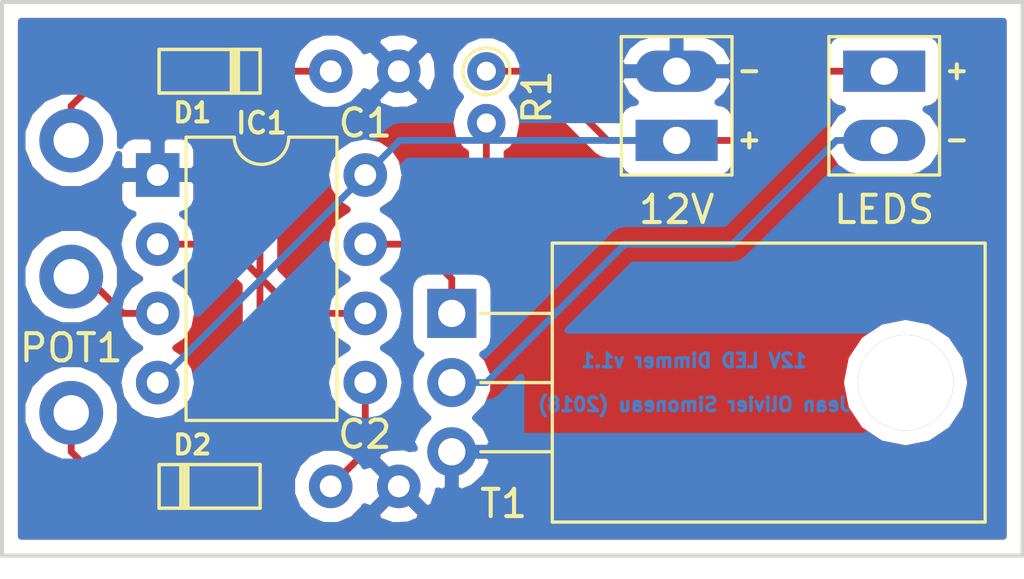
<source format=kicad_pcb>
(kicad_pcb (version 4) (host pcbnew 4.0.7+dfsg1-1ubuntu2)

  (general
    (links 19)
    (no_connects 6)
    (area 199.314999 109.779999 236.930001 130.250001)
    (thickness 1.6)
    (drawings 5)
    (tracks 40)
    (zones 0)
    (modules 10)
    (nets 10)
  )

  (page A4)
  (layers
    (0 F.Cu signal)
    (31 B.Cu signal)
    (32 B.Adhes user)
    (33 F.Adhes user)
    (34 B.Paste user)
    (35 F.Paste user)
    (36 B.SilkS user)
    (37 F.SilkS user)
    (38 B.Mask user)
    (39 F.Mask user)
    (40 Dwgs.User user)
    (41 Cmts.User user)
    (42 Eco1.User user)
    (43 Eco2.User user)
    (44 Edge.Cuts user)
    (45 Margin user)
    (46 B.CrtYd user)
    (47 F.CrtYd user)
    (48 B.Fab user)
    (49 F.Fab user)
  )

  (setup
    (last_trace_width 0.25)
    (trace_clearance 0.2)
    (zone_clearance 0.508)
    (zone_45_only no)
    (trace_min 0.2)
    (segment_width 0.2)
    (edge_width 0.15)
    (via_size 0.6)
    (via_drill 0.4)
    (via_min_size 0.4)
    (via_min_drill 0.3)
    (uvia_size 0.3)
    (uvia_drill 0.1)
    (uvias_allowed no)
    (uvia_min_size 0.2)
    (uvia_min_drill 0.1)
    (pcb_text_width 0.3)
    (pcb_text_size 1.5 1.5)
    (mod_edge_width 0.15)
    (mod_text_size 1 1)
    (mod_text_width 0.15)
    (pad_size 3.5 3.5)
    (pad_drill 3.5)
    (pad_to_mask_clearance 0.2)
    (aux_axis_origin 0 0)
    (visible_elements FFFFFF7F)
    (pcbplotparams
      (layerselection 0x00030_80000001)
      (usegerberextensions false)
      (excludeedgelayer true)
      (linewidth 0.100000)
      (plotframeref false)
      (viasonmask false)
      (mode 1)
      (useauxorigin false)
      (hpglpennumber 1)
      (hpglpenspeed 20)
      (hpglpendiameter 15)
      (hpglpenoverlay 2)
      (psnegative false)
      (psa4output false)
      (plotreference true)
      (plotvalue true)
      (plotinvisibletext false)
      (padsonsilk false)
      (subtractmaskfromsilk false)
      (outputformat 1)
      (mirror false)
      (drillshape 1)
      (scaleselection 1)
      (outputdirectory ""))
  )

  (net 0 "")
  (net 1 "Net-(C1-Pad1)")
  (net 2 GND)
  (net 3 "Net-(C2-Pad1)")
  (net 4 "Net-(CONN1-Pad1)")
  (net 5 "Net-(D1-Pad1)")
  (net 6 "Net-(D2-Pad2)")
  (net 7 "Net-(IC1-Pad3)")
  (net 8 "Net-(IC1-Pad7)")
  (net 9 "Net-(LS1-Pad1)")

  (net_class Default "This is the default net class."
    (clearance 0.2)
    (trace_width 0.25)
    (via_dia 0.6)
    (via_drill 0.4)
    (uvia_dia 0.3)
    (uvia_drill 0.1)
    (add_net GND)
    (add_net "Net-(C1-Pad1)")
    (add_net "Net-(C2-Pad1)")
    (add_net "Net-(CONN1-Pad1)")
    (add_net "Net-(D1-Pad1)")
    (add_net "Net-(D2-Pad2)")
    (add_net "Net-(IC1-Pad3)")
    (add_net "Net-(IC1-Pad7)")
    (add_net "Net-(LS1-Pad1)")
  )

  (module Capacitors_THT:C_Disc_D5.0mm_W2.5mm_P2.50mm (layer F.Cu) (tedit 5BD8ACC3) (tstamp 5AEDF341)
    (at 211.455 127.635)
    (descr "C, Disc series, Radial, pin pitch=2.50mm, , diameter*width=5*2.5mm^2, Capacitor, http://cdn-reichelt.de/documents/datenblatt/B300/DS_KERKO_TC.pdf")
    (tags "C Disc series Radial pin pitch 2.50mm  diameter 5mm width 2.5mm Capacitor")
    (path /5AEDF12B)
    (fp_text reference C2 (at 1.25 -1.905) (layer F.SilkS)
      (effects (font (size 1 1) (thickness 0.15)))
    )
    (fp_text value 10pF (at 1.25 2.56) (layer F.Fab)
      (effects (font (size 1 1) (thickness 0.15)))
    )
    (fp_line (start -1.25 -1.25) (end -1.25 1.25) (layer F.Fab) (width 0.1))
    (fp_line (start -1.25 1.25) (end 3.75 1.25) (layer F.Fab) (width 0.1))
    (fp_line (start 3.75 1.25) (end 3.75 -1.25) (layer F.Fab) (width 0.1))
    (fp_line (start 3.75 -1.25) (end -1.25 -1.25) (layer F.Fab) (width 0.1))
    (fp_line (start -1.6 -1.6) (end -1.6 1.6) (layer F.CrtYd) (width 0.05))
    (fp_line (start -1.6 1.6) (end 4.1 1.6) (layer F.CrtYd) (width 0.05))
    (fp_line (start 4.1 1.6) (end 4.1 -1.6) (layer F.CrtYd) (width 0.05))
    (fp_line (start 4.1 -1.6) (end -1.6 -1.6) (layer F.CrtYd) (width 0.05))
    (fp_text user %R (at 1.25 0) (layer F.Fab)
      (effects (font (size 1 1) (thickness 0.15)))
    )
    (pad 1 thru_hole circle (at 0 0) (size 1.6 1.6) (drill 0.8) (layers *.Cu *.Mask)
      (net 3 "Net-(C2-Pad1)"))
    (pad 2 thru_hole circle (at 2.5 0) (size 1.6 1.6) (drill 0.8) (layers *.Cu *.Mask)
      (net 2 GND))
    (model ${KISYS3DMOD}/Capacitors_THT.3dshapes/C_Disc_D5.0mm_W2.5mm_P2.50mm.wrl
      (at (xyz 0 0 0))
      (scale (xyz 1 1 1))
      (rotate (xyz 0 0 0))
    )
  )

  (module Capacitors_THT:C_Disc_D5.0mm_W2.5mm_P2.50mm (layer F.Cu) (tedit 5BD8ACAB) (tstamp 5AEDF33B)
    (at 211.455 112.395)
    (descr "C, Disc series, Radial, pin pitch=2.50mm, , diameter*width=5*2.5mm^2, Capacitor, http://cdn-reichelt.de/documents/datenblatt/B300/DS_KERKO_TC.pdf")
    (tags "C Disc series Radial pin pitch 2.50mm  diameter 5mm width 2.5mm Capacitor")
    (path /5AEDD5F1)
    (fp_text reference C1 (at 1.27 1.905) (layer F.SilkS)
      (effects (font (size 1 1) (thickness 0.15)))
    )
    (fp_text value 10nF (at 1.25 2.56) (layer F.Fab)
      (effects (font (size 1 1) (thickness 0.15)))
    )
    (fp_line (start -1.25 -1.25) (end -1.25 1.25) (layer F.Fab) (width 0.1))
    (fp_line (start -1.25 1.25) (end 3.75 1.25) (layer F.Fab) (width 0.1))
    (fp_line (start 3.75 1.25) (end 3.75 -1.25) (layer F.Fab) (width 0.1))
    (fp_line (start 3.75 -1.25) (end -1.25 -1.25) (layer F.Fab) (width 0.1))
    (fp_line (start -1.6 -1.6) (end -1.6 1.6) (layer F.CrtYd) (width 0.05))
    (fp_line (start -1.6 1.6) (end 4.1 1.6) (layer F.CrtYd) (width 0.05))
    (fp_line (start 4.1 1.6) (end 4.1 -1.6) (layer F.CrtYd) (width 0.05))
    (fp_line (start 4.1 -1.6) (end -1.6 -1.6) (layer F.CrtYd) (width 0.05))
    (fp_text user %R (at 1.25 0) (layer F.Fab)
      (effects (font (size 1 1) (thickness 0.15)))
    )
    (pad 1 thru_hole circle (at 0 0) (size 1.6 1.6) (drill 0.8) (layers *.Cu *.Mask)
      (net 1 "Net-(C1-Pad1)"))
    (pad 2 thru_hole circle (at 2.5 0) (size 1.6 1.6) (drill 0.8) (layers *.Cu *.Mask)
      (net 2 GND))
    (model ${KISYS3DMOD}/Capacitors_THT.3dshapes/C_Disc_D5.0mm_W2.5mm_P2.50mm.wrl
      (at (xyz 0 0 0))
      (scale (xyz 1 1 1))
      (rotate (xyz 0 0 0))
    )
  )

  (module TO_SOT_Packages_THT:TO-220_Horizontal (layer F.Cu) (tedit 5BD381BF) (tstamp 5AEDF37A)
    (at 215.9 121.285 270)
    (descr "TO-220, Horizontal, RM 2.54mm")
    (tags "TO-220 Horizontal RM 2.54mm")
    (path /5AEDD58E)
    (fp_text reference T1 (at 6.985 -1.905 360) (layer F.SilkS)
      (effects (font (size 1 1) (thickness 0.15)))
    )
    (fp_text value IRF610 (at 6.985 1.905 360) (layer F.Fab) hide
      (effects (font (size 1 1) (thickness 0.15)))
    )
    (fp_circle (center 2.54 -16.66) (end 4.39 -16.66) (layer F.Fab) (width 0.1))
    (fp_line (start -2.46 -13.06) (end -2.46 -19.46) (layer F.Fab) (width 0.1))
    (fp_line (start -2.46 -19.46) (end 7.54 -19.46) (layer F.Fab) (width 0.1))
    (fp_line (start 7.54 -19.46) (end 7.54 -13.06) (layer F.Fab) (width 0.1))
    (fp_line (start 7.54 -13.06) (end -2.46 -13.06) (layer F.Fab) (width 0.1))
    (fp_line (start -2.46 -3.81) (end -2.46 -13.06) (layer F.Fab) (width 0.1))
    (fp_line (start -2.46 -13.06) (end 7.54 -13.06) (layer F.Fab) (width 0.1))
    (fp_line (start 7.54 -13.06) (end 7.54 -3.81) (layer F.Fab) (width 0.1))
    (fp_line (start 7.54 -3.81) (end -2.46 -3.81) (layer F.Fab) (width 0.1))
    (fp_line (start 0 -3.81) (end 0 0) (layer F.Fab) (width 0.1))
    (fp_line (start 2.54 -3.81) (end 2.54 0) (layer F.Fab) (width 0.1))
    (fp_line (start 5.08 -3.81) (end 5.08 0) (layer F.Fab) (width 0.1))
    (fp_line (start -2.58 -3.69) (end 7.66 -3.69) (layer F.SilkS) (width 0.12))
    (fp_line (start -2.58 -19.58) (end 7.66 -19.58) (layer F.SilkS) (width 0.12))
    (fp_line (start -2.58 -19.58) (end -2.58 -3.69) (layer F.SilkS) (width 0.12))
    (fp_line (start 7.66 -19.58) (end 7.66 -3.69) (layer F.SilkS) (width 0.12))
    (fp_line (start 0 -3.69) (end 0 -1.05) (layer F.SilkS) (width 0.12))
    (fp_line (start 2.54 -3.69) (end 2.54 -1.066) (layer F.SilkS) (width 0.12))
    (fp_line (start 5.08 -3.69) (end 5.08 -1.066) (layer F.SilkS) (width 0.12))
    (fp_line (start -2.71 -19.71) (end -2.71 1.15) (layer F.CrtYd) (width 0.05))
    (fp_line (start -2.71 1.15) (end 7.79 1.15) (layer F.CrtYd) (width 0.05))
    (fp_line (start 7.79 1.15) (end 7.79 -19.71) (layer F.CrtYd) (width 0.05))
    (fp_line (start 7.79 -19.71) (end -2.71 -19.71) (layer F.CrtYd) (width 0.05))
    (fp_text user %R (at 2.54 -20.58 270) (layer F.Fab) hide
      (effects (font (size 1 1) (thickness 0.15)))
    )
    (pad None thru_hole oval (at 2.54 -16.66 270) (size 3.5 3.5) (drill 3.5) (layers *.Cu *.Mask))
    (pad 1 thru_hole circle (at 2.54 0 270) (size 1.8 1.8) (drill 1) (layers *.Cu *.Mask)
      (net 9 "Net-(LS1-Pad1)"))
    (pad 2 thru_hole rect (at 0 0 270) (size 1.8 1.8) (drill 1) (layers *.Cu *.Mask)
      (net 8 "Net-(IC1-Pad7)"))
    (pad 3 thru_hole oval (at 5.08 0 270) (size 1.8 1.8) (drill 1) (layers *.Cu *.Mask)
      (net 2 GND))
    (model TO_SOT_Packages_THT.3dshapes/TO-220_Horizontal.wrl
      (at (xyz 0.1 0 0))
      (scale (xyz 0.393701 0.393701 0.393701))
      (rotate (xyz 0 0 0))
    )
  )

  (module Potentiometers:Potentiometer_Alps_RK163_Single_Vertical (layer F.Cu) (tedit 5AF9E836) (tstamp 5AEDF36C)
    (at 201.93 114.935 180)
    (descr "Potentiometer, vertically mounted, Omeg PC16PU, Omeg PC16PU, Omeg PC16PU, Vishay/Spectrol 248GJ/249GJ Single, Vishay/Spectrol 248GJ/249GJ Single, Vishay/Spectrol 248GJ/249GJ Single, Vishay/Spectrol 248GH/249GH Single, Vishay/Spectrol 148/149 Single, Vishay/Spectrol 148/149 Single, Vishay/Spectrol 148/149 Single, Vishay/Spectrol 148A/149A Single with mounting plates, Vishay/Spectrol 148/149 Double, Vishay/Spectrol 148A/149A Double with mounting plates, Piher PC-16 Single, Piher PC-16 Single, Piher PC-16 Single, Piher PC-16SV Single, Piher PC-16 Double, Piher PC-16 Triple, Piher T16H Single, Piher T16L Single, Piher T16H Double, Alps RK163 Single, http://www.alps.com/prod/info/E/PDF/Potentiometer/MetalShaft/RK163/RK163.PDF")
    (tags "Potentiometer vertical  Omeg PC16PU  Omeg PC16PU  Omeg PC16PU  Vishay/Spectrol 248GJ/249GJ Single  Vishay/Spectrol 248GJ/249GJ Single  Vishay/Spectrol 248GJ/249GJ Single  Vishay/Spectrol 248GH/249GH Single  Vishay/Spectrol 148/149 Single  Vishay/Spectrol 148/149 Single  Vishay/Spectrol 148/149 Single  Vishay/Spectrol 148A/149A Single with mounting plates  Vishay/Spectrol 148/149 Double  Vishay/Spectrol 148A/149A Double with mounting plates  Piher PC-16 Single  Piher PC-16 Single  Piher PC-16 Single  Piher PC-16SV Single  Piher PC-16 Double  Piher PC-16 Triple  Piher T16H Single  Piher T16L Single  Piher T16H Double  Alps RK163 Single")
    (path /5AEDD428)
    (fp_text reference POT1 (at 0 -7.62 180) (layer F.SilkS)
      (effects (font (size 1 1) (thickness 0.15)))
    )
    (fp_text value 10K (at 0 5.2 180) (layer F.Fab) hide
      (effects (font (size 1 1) (thickness 0.15)))
    )
    (pad 3 thru_hole circle (at 0 -10 180) (size 2.34 2.34) (drill 1.3) (layers *.Cu *.Mask)
      (net 6 "Net-(D2-Pad2)"))
    (pad 2 thru_hole circle (at 0 -5 180) (size 2.34 2.34) (drill 1.3) (layers *.Cu *.Mask)
      (net 7 "Net-(IC1-Pad3)"))
    (pad 1 thru_hole circle (at 0 0 180) (size 2.34 2.34) (drill 1.3) (layers *.Cu *.Mask)
      (net 5 "Net-(D1-Pad1)"))
    (model Potentiometers.3dshapes/Potentiometer_Alps_RK163_Single_Vertical.wrl
      (at (xyz 0.15744 0.3936 0))
      (scale (xyz 1 1 1))
      (rotate (xyz 180 90 0))
    )
  )

  (module Connectors:PINHEAD1-2 (layer F.Cu) (tedit 5AF9E645) (tstamp 5AEDF347)
    (at 224.155 114.935 90)
    (path /5AEDF860)
    (fp_text reference 12V (at -2.54 0 180) (layer F.SilkS)
      (effects (font (size 1 1) (thickness 0.15)))
    )
    (fp_text value 12V (at 1.27 3.81 90) (layer F.Fab) hide
      (effects (font (size 1 1) (thickness 0.15)))
    )
    (fp_line (start 0 2.413) (end 0 2.921) (layer F.SilkS) (width 0.15))
    (fp_line (start 3.81 2.032) (end -1.27 2.032) (layer F.SilkS) (width 0.12))
    (fp_line (start -1.27 -2.032) (end 3.81 -2.032) (layer F.SilkS) (width 0.12))
    (fp_line (start -1.27 -2.032) (end -1.27 2.032) (layer F.SilkS) (width 0.12))
    (fp_line (start 3.81 -2.032) (end 3.81 2.032) (layer F.SilkS) (width 0.12))
    (fp_line (start -1.52 -3.42) (end 4.06 -3.42) (layer F.CrtYd) (width 0.05))
    (fp_line (start -1.52 -3.42) (end -1.52 3.42) (layer F.CrtYd) (width 0.05))
    (fp_line (start 4.06 3.42) (end 4.06 -3.42) (layer F.CrtYd) (width 0.05))
    (fp_line (start 4.06 3.42) (end -1.52 3.42) (layer F.CrtYd) (width 0.05))
    (fp_line (start 2.54 2.413) (end 2.54 2.921) (layer F.SilkS) (width 0.15))
    (fp_line (start -0.254 2.667) (end 0.254 2.667) (layer F.SilkS) (width 0.15))
    (pad 1 thru_hole rect (at 0 0 90) (size 1.51 3.01) (drill 1) (layers *.Cu *.Mask)
      (net 4 "Net-(CONN1-Pad1)"))
    (pad 2 thru_hole oval (at 2.54 0 90) (size 1.51 3.01) (drill 1) (layers *.Cu *.Mask)
      (net 2 GND))
  )

  (module Connectors:PINHEAD1-2 (layer F.Cu) (tedit 5AF9E6D3) (tstamp 5AEDF365)
    (at 231.775 114.935 90)
    (path /5AEDD612)
    (fp_text reference LEDS (at -2.54 0 180) (layer F.SilkS)
      (effects (font (size 1 1) (thickness 0.15)))
    )
    (fp_text value LED_Series (at 1.27 3.81 90) (layer F.Fab) hide
      (effects (font (size 1 1) (thickness 0.15)))
    )
    (fp_line (start 0 2.413) (end 0 2.921) (layer F.SilkS) (width 0.15))
    (fp_line (start 3.81 2.032) (end -1.27 2.032) (layer F.SilkS) (width 0.12))
    (fp_line (start -1.27 -2.032) (end 3.81 -2.032) (layer F.SilkS) (width 0.12))
    (fp_line (start -1.27 -2.032) (end -1.27 2.032) (layer F.SilkS) (width 0.12))
    (fp_line (start 3.81 -2.032) (end 3.81 2.032) (layer F.SilkS) (width 0.12))
    (fp_line (start -1.52 -3.42) (end 4.06 -3.42) (layer F.CrtYd) (width 0.05))
    (fp_line (start -1.52 -3.42) (end -1.52 3.42) (layer F.CrtYd) (width 0.05))
    (fp_line (start 4.06 3.42) (end 4.06 -3.42) (layer F.CrtYd) (width 0.05))
    (fp_line (start 4.06 3.42) (end -1.52 3.42) (layer F.CrtYd) (width 0.05))
    (fp_line (start 2.286 2.667) (end 2.794 2.667) (layer F.SilkS) (width 0.15))
    (fp_line (start 2.54 2.921) (end 2.54 2.413) (layer F.SilkS) (width 0.15))
    (pad 1 thru_hole oval (at 0 0 90) (size 1.51 3.01) (drill 1) (layers *.Cu *.Mask)
      (net 9 "Net-(LS1-Pad1)"))
    (pad 2 thru_hole rect (at 2.54 0 90) (size 1.51 3.01) (drill 1) (layers *.Cu *.Mask)
      (net 4 "Net-(CONN1-Pad1)"))
  )

  (module Diodes_SMD:sod80c (layer F.Cu) (tedit 5AEE4E1D) (tstamp 5AEDF34D)
    (at 207.01 112.395)
    (descr SOD80C)
    (path /5AEDDAF7)
    (fp_text reference D1 (at -0.635 1.524) (layer F.SilkS)
      (effects (font (size 0.70104 0.70104) (thickness 0.14986)))
    )
    (fp_text value D (at 0.0254 1.397) (layer F.SilkS) hide
      (effects (font (size 0.70104 0.70104) (thickness 0.14986)))
    )
    (fp_line (start 1.0541 -0.8001) (end 1.0541 0.8001) (layer F.SilkS) (width 0.127))
    (fp_line (start 0.9271 0.8001) (end 0.9271 -0.8001) (layer F.SilkS) (width 0.127))
    (fp_line (start 0.8001 -0.8001) (end 0.8001 0.8001) (layer F.SilkS) (width 0.127))
    (fp_line (start 1.8542 -0.8001) (end -1.8542 -0.8001) (layer F.SilkS) (width 0.127))
    (fp_line (start -1.8542 -0.8001) (end -1.8542 0.8001) (layer F.SilkS) (width 0.127))
    (fp_line (start -1.8542 0.8001) (end 1.8542 0.8001) (layer F.SilkS) (width 0.127))
    (fp_line (start 1.8542 0.8001) (end 1.8542 -0.8001) (layer F.SilkS) (width 0.127))
    (pad 1 smd rect (at -1.84912 0) (size 1.00076 1.99898) (layers F.Cu F.Paste F.Mask)
      (net 5 "Net-(D1-Pad1)"))
    (pad 2 smd rect (at 1.84912 0) (size 1.00076 1.99898) (layers F.Cu F.Paste F.Mask)
      (net 1 "Net-(C1-Pad1)"))
    (model walter/smd_diode/sod80c.wrl
      (at (xyz 0 0 0))
      (scale (xyz 1 1 1))
      (rotate (xyz 0 0 0))
    )
  )

  (module Diodes_SMD:sod80c (layer F.Cu) (tedit 5AEE45C9) (tstamp 5AEDF353)
    (at 207.01 127.635 180)
    (descr SOD80C)
    (path /5AEDDA46)
    (fp_text reference D2 (at 0.635 1.524 180) (layer F.SilkS)
      (effects (font (size 0.70104 0.70104) (thickness 0.14986)))
    )
    (fp_text value D (at 0.0254 1.397 180) (layer F.SilkS) hide
      (effects (font (size 0.70104 0.70104) (thickness 0.14986)))
    )
    (fp_line (start 1.0541 -0.8001) (end 1.0541 0.8001) (layer F.SilkS) (width 0.127))
    (fp_line (start 0.9271 0.8001) (end 0.9271 -0.8001) (layer F.SilkS) (width 0.127))
    (fp_line (start 0.8001 -0.8001) (end 0.8001 0.8001) (layer F.SilkS) (width 0.127))
    (fp_line (start 1.8542 -0.8001) (end -1.8542 -0.8001) (layer F.SilkS) (width 0.127))
    (fp_line (start -1.8542 -0.8001) (end -1.8542 0.8001) (layer F.SilkS) (width 0.127))
    (fp_line (start -1.8542 0.8001) (end 1.8542 0.8001) (layer F.SilkS) (width 0.127))
    (fp_line (start 1.8542 0.8001) (end 1.8542 -0.8001) (layer F.SilkS) (width 0.127))
    (pad 1 smd rect (at -1.84912 0 180) (size 1.00076 1.99898) (layers F.Cu F.Paste F.Mask)
      (net 1 "Net-(C1-Pad1)"))
    (pad 2 smd rect (at 1.84912 0 180) (size 1.00076 1.99898) (layers F.Cu F.Paste F.Mask)
      (net 6 "Net-(D2-Pad2)"))
    (model walter/smd_diode/sod80c.wrl
      (at (xyz 0 0 0))
      (scale (xyz 1 1 1))
      (rotate (xyz 0 0 0))
    )
  )

  (module Housings_DIP:DIP-8_W7.62mm (layer F.Cu) (tedit 5AEE4E96) (tstamp 5AEDF35F)
    (at 205.105 116.205)
    (descr "8-lead dip package, row spacing 7.62 mm (300 mils)")
    (tags "DIL DIP PDIP 2.54mm 7.62mm 300mil")
    (path /5AEDD3CD)
    (fp_text reference IC1 (at 3.81 -1.905) (layer F.SilkS)
      (effects (font (size 0.762 0.762) (thickness 0.15)))
    )
    (fp_text value NE555 (at 3.81 9.525) (layer F.Fab)
      (effects (font (size 0.889 0.889) (thickness 0.15)))
    )
    (fp_arc (start 3.81 -1.39) (end 2.81 -1.39) (angle -180) (layer F.SilkS) (width 0.12))
    (fp_line (start 1.635 -1.27) (end 6.985 -1.27) (layer F.Fab) (width 0.1))
    (fp_line (start 6.985 -1.27) (end 6.985 8.89) (layer F.Fab) (width 0.1))
    (fp_line (start 6.985 8.89) (end 0.635 8.89) (layer F.Fab) (width 0.1))
    (fp_line (start 0.635 8.89) (end 0.635 -0.27) (layer F.Fab) (width 0.1))
    (fp_line (start 0.635 -0.27) (end 1.635 -1.27) (layer F.Fab) (width 0.1))
    (fp_line (start 2.81 -1.39) (end 1.04 -1.39) (layer F.SilkS) (width 0.12))
    (fp_line (start 1.04 -1.39) (end 1.04 9.01) (layer F.SilkS) (width 0.12))
    (fp_line (start 1.04 9.01) (end 6.58 9.01) (layer F.SilkS) (width 0.12))
    (fp_line (start 6.58 9.01) (end 6.58 -1.39) (layer F.SilkS) (width 0.12))
    (fp_line (start 6.58 -1.39) (end 4.81 -1.39) (layer F.SilkS) (width 0.12))
    (fp_line (start -1.1 -1.6) (end -1.1 9.2) (layer F.CrtYd) (width 0.05))
    (fp_line (start -1.1 9.2) (end 8.7 9.2) (layer F.CrtYd) (width 0.05))
    (fp_line (start 8.7 9.2) (end 8.7 -1.6) (layer F.CrtYd) (width 0.05))
    (fp_line (start 8.7 -1.6) (end -1.1 -1.6) (layer F.CrtYd) (width 0.05))
    (pad 1 thru_hole rect (at 0 0) (size 1.6 1.6) (drill 0.8) (layers *.Cu *.Mask)
      (net 2 GND))
    (pad 5 thru_hole oval (at 7.62 7.62) (size 1.6 1.6) (drill 0.8) (layers *.Cu *.Mask)
      (net 3 "Net-(C2-Pad1)"))
    (pad 2 thru_hole oval (at 0 2.54) (size 1.6 1.6) (drill 0.8) (layers *.Cu *.Mask)
      (net 1 "Net-(C1-Pad1)"))
    (pad 6 thru_hole oval (at 7.62 5.08) (size 1.6 1.6) (drill 0.8) (layers *.Cu *.Mask)
      (net 1 "Net-(C1-Pad1)"))
    (pad 3 thru_hole oval (at 0 5.08) (size 1.6 1.6) (drill 0.8) (layers *.Cu *.Mask)
      (net 7 "Net-(IC1-Pad3)"))
    (pad 7 thru_hole oval (at 7.62 2.54) (size 1.6 1.6) (drill 0.8) (layers *.Cu *.Mask)
      (net 8 "Net-(IC1-Pad7)"))
    (pad 4 thru_hole oval (at 0 7.62) (size 1.6 1.6) (drill 0.8) (layers *.Cu *.Mask)
      (net 4 "Net-(CONN1-Pad1)"))
    (pad 8 thru_hole oval (at 7.62 0) (size 1.6 1.6) (drill 0.8) (layers *.Cu *.Mask)
      (net 4 "Net-(CONN1-Pad1)"))
    (model Housings_DIP.3dshapes/DIP-8_W7.62mm.wrl
      (at (xyz 0 0 0))
      (scale (xyz 1 1 1))
      (rotate (xyz 0 0 0))
    )
  )

  (module Resistors_THT:R_Axial_DIN0204_L3.6mm_D1.6mm_P1.90mm_Vertical (layer F.Cu) (tedit 5874F706) (tstamp 5AEDF372)
    (at 217.17 112.395 270)
    (descr "Resistor, Axial_DIN0204 series, Axial, Vertical, pin pitch=1.9mm, 0.16666666666666666W = 1/6W, length*diameter=3.6*1.6mm^2, http://cdn-reichelt.de/documents/datenblatt/B400/1_4W%23YAG.pdf")
    (tags "Resistor Axial_DIN0204 series Axial Vertical pin pitch 1.9mm 0.16666666666666666W = 1/6W length 3.6mm diameter 1.6mm")
    (path /5AEDD49F)
    (fp_text reference R1 (at 0.95 -1.86 270) (layer F.SilkS)
      (effects (font (size 1 1) (thickness 0.15)))
    )
    (fp_text value 10K (at 0.95 1.86 270) (layer F.Fab)
      (effects (font (size 1 1) (thickness 0.15)))
    )
    (fp_circle (center 0 0) (end 0.8 0) (layer F.Fab) (width 0.1))
    (fp_circle (center 0 0) (end 0.86 0) (layer F.SilkS) (width 0.12))
    (fp_line (start 0 0) (end 1.9 0) (layer F.Fab) (width 0.1))
    (fp_line (start 0.86 0) (end 0.9 0) (layer F.SilkS) (width 0.12))
    (fp_line (start -1.15 -1.15) (end -1.15 1.15) (layer F.CrtYd) (width 0.05))
    (fp_line (start -1.15 1.15) (end 2.95 1.15) (layer F.CrtYd) (width 0.05))
    (fp_line (start 2.95 1.15) (end 2.95 -1.15) (layer F.CrtYd) (width 0.05))
    (fp_line (start 2.95 -1.15) (end -1.15 -1.15) (layer F.CrtYd) (width 0.05))
    (pad 1 thru_hole circle (at 0 0 270) (size 1.4 1.4) (drill 0.7) (layers *.Cu *.Mask)
      (net 4 "Net-(CONN1-Pad1)"))
    (pad 2 thru_hole oval (at 1.9 0 270) (size 1.4 1.4) (drill 0.7) (layers *.Cu *.Mask)
      (net 8 "Net-(IC1-Pad7)"))
    (model ${KISYS3DMOD}/Resistors_THT.3dshapes/R_Axial_DIN0204_L3.6mm_D1.6mm_P1.90mm_Vertical.wrl
      (at (xyz 0 0 0))
      (scale (xyz 0.393701 0.393701 0.393701))
      (rotate (xyz 0 0 0))
    )
  )

  (gr_text "12V LED Dimmer v1.1\n\nJean Olivier Simoneau (2018)\n" (at 224.79 123.825) (layer B.Cu)
    (effects (font (size 0.5 0.5) (thickness 0.125)) (justify mirror))
  )
  (gr_line (start 199.39 130.175) (end 199.39 109.855) (angle 90) (layer Edge.Cuts) (width 0.15))
  (gr_line (start 236.855 130.175) (end 199.39 130.175) (angle 90) (layer Edge.Cuts) (width 0.15))
  (gr_line (start 236.855 109.855) (end 236.855 130.175) (angle 90) (layer Edge.Cuts) (width 0.15))
  (gr_line (start 199.39 109.855) (end 236.855 109.855) (angle 90) (layer Edge.Cuts) (width 0.15))

  (segment (start 208.85912 112.395) (end 211.455 112.395) (width 0.25) (layer F.Cu) (net 1))
  (segment (start 208.85912 120.015) (end 208.85912 127.635) (width 0.25) (layer F.Cu) (net 1))
  (segment (start 208.85912 113.64449) (end 208.85912 120.015) (width 0.25) (layer F.Cu) (net 1))
  (segment (start 208.85912 120.015) (end 208.915 120.015) (width 0.25) (layer F.Cu) (net 1))
  (segment (start 208.85912 112.395) (end 208.85912 113.64449) (width 0.25) (layer F.Cu) (net 1))
  (segment (start 208.85912 120.07088) (end 208.915 120.015) (width 0.25) (layer F.Cu) (net 1))
  (segment (start 207.645 118.745) (end 208.915 120.015) (width 0.25) (layer F.Cu) (net 1))
  (segment (start 208.915 120.015) (end 210.185 121.285) (width 0.25) (layer F.Cu) (net 1))
  (segment (start 205.105 118.745) (end 207.645 118.745) (width 0.25) (layer F.Cu) (net 1))
  (segment (start 210.185 121.285) (end 212.725 121.285) (width 0.25) (layer F.Cu) (net 1) (tstamp 5AEE4A77))
  (segment (start 212.725 123.825) (end 212.725 126.365) (width 0.25) (layer F.Cu) (net 3))
  (segment (start 212.725 126.365) (end 211.455 127.635) (width 0.25) (layer F.Cu) (net 3))
  (segment (start 212.725 116.205) (end 213.995 114.935) (width 0.25) (layer B.Cu) (net 4))
  (segment (start 213.995 114.935) (end 224.155 114.935) (width 0.25) (layer B.Cu) (net 4))
  (segment (start 221.615 114.935) (end 219.075 112.395) (width 0.25) (layer F.Cu) (net 4))
  (segment (start 219.075 112.395) (end 217.17 112.395) (width 0.25) (layer F.Cu) (net 4))
  (segment (start 224.155 114.935) (end 221.615 114.935) (width 0.25) (layer F.Cu) (net 4))
  (segment (start 224.155 114.935) (end 226.695 114.935) (width 0.25) (layer F.Cu) (net 4))
  (segment (start 229.235 112.395) (end 231.775 112.395) (width 0.25) (layer F.Cu) (net 4) (tstamp 5AEE50D3))
  (segment (start 226.695 114.935) (end 229.235 112.395) (width 0.25) (layer F.Cu) (net 4) (tstamp 5AEE50D1))
  (segment (start 205.105 123.825) (end 212.725 116.205) (width 0.25) (layer B.Cu) (net 4))
  (segment (start 201.93 114.935) (end 201.93 113.665) (width 0.25) (layer F.Cu) (net 5))
  (segment (start 203.2 112.395) (end 205.16088 112.395) (width 0.25) (layer F.Cu) (net 5) (tstamp 5AEE4953))
  (segment (start 201.93 113.665) (end 203.2 112.395) (width 0.25) (layer F.Cu) (net 5) (tstamp 5AEE494B))
  (segment (start 201.93 124.935) (end 201.93 126.365) (width 0.25) (layer F.Cu) (net 6))
  (segment (start 203.2 127.635) (end 205.16088 127.635) (width 0.25) (layer F.Cu) (net 6) (tstamp 5AEE4905))
  (segment (start 201.93 126.365) (end 203.2 127.635) (width 0.25) (layer F.Cu) (net 6) (tstamp 5AEE48FE))
  (segment (start 201.93 119.935) (end 202.485 119.935) (width 0.25) (layer F.Cu) (net 7))
  (segment (start 202.485 119.935) (end 203.835 121.285) (width 0.25) (layer F.Cu) (net 7) (tstamp 5AEE49BF))
  (segment (start 203.835 121.285) (end 205.105 121.285) (width 0.25) (layer F.Cu) (net 7) (tstamp 5AEE49C3))
  (segment (start 217.17 116.205) (end 217.17 114.295) (width 0.25) (layer F.Cu) (net 8))
  (segment (start 214.63 118.745) (end 215.9 120.015) (width 0.25) (layer F.Cu) (net 8))
  (segment (start 215.9 120.015) (end 215.9 121.285) (width 0.25) (layer F.Cu) (net 8))
  (segment (start 214.63 118.745) (end 217.17 116.205) (width 0.25) (layer F.Cu) (net 8))
  (segment (start 212.725 118.745) (end 214.63 118.745) (width 0.25) (layer F.Cu) (net 8))
  (segment (start 222.25 118.745) (end 226.21 118.745) (width 0.25) (layer B.Cu) (net 9))
  (segment (start 226.21 118.745) (end 230.02 114.935) (width 0.25) (layer B.Cu) (net 9))
  (segment (start 230.02 114.935) (end 231.775 114.935) (width 0.25) (layer B.Cu) (net 9))
  (segment (start 217.17 123.825) (end 222.25 118.745) (width 0.25) (layer B.Cu) (net 9))
  (segment (start 215.9 123.825) (end 217.17 123.825) (width 0.25) (layer B.Cu) (net 9))

  (zone (net 2) (net_name GND) (layer F.Cu) (tstamp 5AEE4704) (hatch edge 0.508)
    (connect_pads (clearance 0.508))
    (min_thickness 0.254)
    (fill yes (arc_segments 16) (thermal_gap 0.508) (thermal_bridge_width 0.508))
    (polygon
      (pts
        (xy 236.855 130.175) (xy 199.39 130.175) (xy 199.39 109.855) (xy 236.855 109.855)
      )
    )
    (filled_polygon
      (pts
        (xy 236.145 129.465) (xy 200.1 129.465) (xy 200.1 125.292462) (xy 200.124687 125.292462) (xy 200.398903 125.956115)
        (xy 200.906215 126.464312) (xy 201.215282 126.592648) (xy 201.227852 126.655839) (xy 201.392599 126.902401) (xy 202.662599 128.172401)
        (xy 202.90916 128.337148) (xy 203.2 128.395) (xy 204.01306 128.395) (xy 204.01306 128.63449) (xy 204.057338 128.869807)
        (xy 204.19641 129.085931) (xy 204.40861 129.230921) (xy 204.6605 129.28193) (xy 205.66126 129.28193) (xy 205.896577 129.237652)
        (xy 206.112701 129.09858) (xy 206.257691 128.88638) (xy 206.3087 128.63449) (xy 206.3087 126.63551) (xy 206.264422 126.400193)
        (xy 206.12535 126.184069) (xy 205.91315 126.039079) (xy 205.66126 125.98807) (xy 204.6605 125.98807) (xy 204.425183 126.032348)
        (xy 204.209059 126.17142) (xy 204.064069 126.38362) (xy 204.01306 126.63551) (xy 204.01306 126.875) (xy 203.514802 126.875)
        (xy 203.028574 126.388772) (xy 203.459312 125.958785) (xy 203.734686 125.295612) (xy 203.735313 124.577538) (xy 203.461097 123.913885)
        (xy 202.953785 123.405688) (xy 202.290612 123.130314) (xy 201.572538 123.129687) (xy 200.908885 123.403903) (xy 200.400688 123.911215)
        (xy 200.125314 124.574388) (xy 200.124687 125.292462) (xy 200.1 125.292462) (xy 200.1 120.292462) (xy 200.124687 120.292462)
        (xy 200.398903 120.956115) (xy 200.906215 121.464312) (xy 201.569388 121.739686) (xy 202.287462 121.740313) (xy 202.944166 121.468968)
        (xy 203.297599 121.822401) (xy 203.54416 121.987148) (xy 203.835 122.045) (xy 203.892005 122.045) (xy 204.062189 122.299698)
        (xy 204.444275 122.555) (xy 204.062189 122.810302) (xy 203.75112 123.275849) (xy 203.641887 123.825) (xy 203.75112 124.374151)
        (xy 204.062189 124.839698) (xy 204.527736 125.150767) (xy 205.076887 125.26) (xy 205.133113 125.26) (xy 205.682264 125.150767)
        (xy 206.147811 124.839698) (xy 206.45888 124.374151) (xy 206.568113 123.825) (xy 206.45888 123.275849) (xy 206.147811 122.810302)
        (xy 205.765725 122.555) (xy 206.147811 122.299698) (xy 206.45888 121.834151) (xy 206.568113 121.285) (xy 206.45888 120.735849)
        (xy 206.147811 120.270302) (xy 205.765725 120.015) (xy 206.147811 119.759698) (xy 206.317995 119.505) (xy 207.330198 119.505)
        (xy 208.09912 120.273922) (xy 208.09912 126.047987) (xy 207.907299 126.17142) (xy 207.762309 126.38362) (xy 207.7113 126.63551)
        (xy 207.7113 128.63449) (xy 207.755578 128.869807) (xy 207.89465 129.085931) (xy 208.10685 129.230921) (xy 208.35874 129.28193)
        (xy 209.3595 129.28193) (xy 209.594817 129.237652) (xy 209.810941 129.09858) (xy 209.955931 128.88638) (xy 210.00694 128.63449)
        (xy 210.00694 126.63551) (xy 209.962662 126.400193) (xy 209.82359 126.184069) (xy 209.61912 126.044361) (xy 209.61912 121.793922)
        (xy 209.647599 121.822401) (xy 209.89416 121.987148) (xy 210.185 122.045) (xy 211.512005 122.045) (xy 211.682189 122.299698)
        (xy 212.064275 122.555) (xy 211.682189 122.810302) (xy 211.37112 123.275849) (xy 211.261887 123.825) (xy 211.37112 124.374151)
        (xy 211.682189 124.839698) (xy 211.965 125.028667) (xy 211.965 126.050198) (xy 211.793454 126.221744) (xy 211.741691 126.20025)
        (xy 211.170813 126.199752) (xy 210.6432 126.417757) (xy 210.239176 126.821077) (xy 210.02025 127.348309) (xy 210.019752 127.919187)
        (xy 210.237757 128.4468) (xy 210.641077 128.850824) (xy 211.168309 129.06975) (xy 211.739187 129.070248) (xy 212.2668 128.852243)
        (xy 212.476663 128.642745) (xy 213.126861 128.642745) (xy 213.200995 128.888864) (xy 213.738223 129.081965) (xy 214.308454 129.054778)
        (xy 214.709005 128.888864) (xy 214.783139 128.642745) (xy 213.955 127.814605) (xy 213.126861 128.642745) (xy 212.476663 128.642745)
        (xy 212.670824 128.448923) (xy 212.698423 128.382456) (xy 212.701136 128.389005) (xy 212.947255 128.463139) (xy 213.775395 127.635)
        (xy 213.761252 127.620858) (xy 213.940858 127.441253) (xy 213.955 127.455395) (xy 213.969142 127.441252) (xy 214.148748 127.620858)
        (xy 214.134605 127.635) (xy 214.962745 128.463139) (xy 215.208864 128.389005) (xy 215.401965 127.851777) (xy 215.399487 127.7998)
        (xy 215.53526 127.856036) (xy 215.773 127.735378) (xy 215.773 126.492) (xy 216.027 126.492) (xy 216.027 127.735378)
        (xy 216.26474 127.856036) (xy 216.696417 127.67724) (xy 217.137966 127.272576) (xy 217.391046 126.729742) (xy 217.270997 126.492)
        (xy 216.027 126.492) (xy 215.773 126.492) (xy 215.753 126.492) (xy 215.753 126.238) (xy 215.773 126.238)
        (xy 215.773 126.218) (xy 216.027 126.218) (xy 216.027 126.238) (xy 217.270997 126.238) (xy 217.391046 126.000258)
        (xy 217.137966 125.457424) (xy 216.77274 125.122707) (xy 217.200551 124.695643) (xy 217.434733 124.13167) (xy 217.43504 123.778275)
        (xy 230.175 123.778275) (xy 230.175 123.871725) (xy 230.356547 124.784425) (xy 230.87355 125.558175) (xy 231.6473 126.075178)
        (xy 232.56 126.256725) (xy 233.4727 126.075178) (xy 234.24645 125.558175) (xy 234.763453 124.784425) (xy 234.945 123.871725)
        (xy 234.945 123.778275) (xy 234.763453 122.865575) (xy 234.24645 122.091825) (xy 233.4727 121.574822) (xy 232.56 121.393275)
        (xy 231.6473 121.574822) (xy 230.87355 122.091825) (xy 230.356547 122.865575) (xy 230.175 123.778275) (xy 217.43504 123.778275)
        (xy 217.435265 123.521009) (xy 217.202068 122.956629) (xy 217.03412 122.788387) (xy 217.035317 122.788162) (xy 217.251441 122.64909)
        (xy 217.396431 122.43689) (xy 217.44744 122.185) (xy 217.44744 120.385) (xy 217.403162 120.149683) (xy 217.26409 119.933559)
        (xy 217.05189 119.788569) (xy 216.8 119.73756) (xy 216.604813 119.73756) (xy 216.602148 119.724161) (xy 216.602148 119.72416)
        (xy 216.437401 119.477599) (xy 215.704802 118.745) (xy 217.707401 116.742401) (xy 217.872148 116.49584) (xy 217.881746 116.447586)
        (xy 217.93 116.205) (xy 217.93 115.388078) (xy 218.113988 115.265142) (xy 218.403379 114.832036) (xy 218.505 114.321154)
        (xy 218.505 114.268846) (xy 218.403379 113.757964) (xy 218.119652 113.333334) (xy 218.298297 113.155) (xy 218.760198 113.155)
        (xy 221.077599 115.472401) (xy 221.32416 115.637148) (xy 221.372414 115.646746) (xy 221.615 115.695) (xy 222.003501 115.695)
        (xy 222.046838 115.925317) (xy 222.18591 116.141441) (xy 222.39811 116.286431) (xy 222.65 116.33744) (xy 225.66 116.33744)
        (xy 225.895317 116.293162) (xy 226.111441 116.15409) (xy 226.256431 115.94189) (xy 226.306427 115.695) (xy 226.695 115.695)
        (xy 226.985839 115.637148) (xy 227.232401 115.472401) (xy 229.549802 113.155) (xy 229.623501 113.155) (xy 229.666838 113.385317)
        (xy 229.80591 113.601441) (xy 230.01811 113.746431) (xy 230.240603 113.791487) (xy 230.000197 113.952122) (xy 229.698882 114.40307)
        (xy 229.593075 114.935) (xy 229.698882 115.46693) (xy 230.000197 115.917878) (xy 230.451145 116.219193) (xy 230.983075 116.325)
        (xy 232.566925 116.325) (xy 233.098855 116.219193) (xy 233.549803 115.917878) (xy 233.851118 115.46693) (xy 233.956925 114.935)
        (xy 233.851118 114.40307) (xy 233.549803 113.952122) (xy 233.309889 113.791816) (xy 233.515317 113.753162) (xy 233.731441 113.61409)
        (xy 233.876431 113.40189) (xy 233.92744 113.15) (xy 233.92744 111.64) (xy 233.883162 111.404683) (xy 233.74409 111.188559)
        (xy 233.53189 111.043569) (xy 233.28 110.99256) (xy 230.27 110.99256) (xy 230.034683 111.036838) (xy 229.818559 111.17591)
        (xy 229.673569 111.38811) (xy 229.623573 111.635) (xy 229.235 111.635) (xy 228.992414 111.683254) (xy 228.94416 111.692852)
        (xy 228.697599 111.857599) (xy 226.380198 114.175) (xy 226.306499 114.175) (xy 226.263162 113.944683) (xy 226.12409 113.728559)
        (xy 225.91189 113.583569) (xy 225.672357 113.535062) (xy 225.977681 113.288076) (xy 226.237793 112.809597) (xy 226.252277 112.736971)
        (xy 226.129683 112.522) (xy 224.282 112.522) (xy 224.282 112.542) (xy 224.028 112.542) (xy 224.028 112.522)
        (xy 222.180317 112.522) (xy 222.057723 112.736971) (xy 222.072207 112.809597) (xy 222.332319 113.288076) (xy 222.637466 113.534919)
        (xy 222.414683 113.576838) (xy 222.198559 113.71591) (xy 222.053569 113.92811) (xy 222.003573 114.175) (xy 221.929802 114.175)
        (xy 219.807831 112.053029) (xy 222.057723 112.053029) (xy 222.180317 112.268) (xy 224.028 112.268) (xy 224.028 111.005)
        (xy 224.282 111.005) (xy 224.282 112.268) (xy 226.129683 112.268) (xy 226.252277 112.053029) (xy 226.237793 111.980403)
        (xy 225.977681 111.501924) (xy 225.554263 111.159408) (xy 225.032 111.005) (xy 224.282 111.005) (xy 224.028 111.005)
        (xy 223.278 111.005) (xy 222.755737 111.159408) (xy 222.332319 111.501924) (xy 222.072207 111.980403) (xy 222.057723 112.053029)
        (xy 219.807831 112.053029) (xy 219.612401 111.857599) (xy 219.365839 111.692852) (xy 219.075 111.635) (xy 218.297655 111.635)
        (xy 217.927204 111.263902) (xy 217.436713 111.060232) (xy 216.905617 111.059769) (xy 216.414771 111.262582) (xy 216.038902 111.637796)
        (xy 215.835232 112.128287) (xy 215.834769 112.659383) (xy 216.037582 113.150229) (xy 216.220356 113.333322) (xy 215.936621 113.757964)
        (xy 215.835 114.268846) (xy 215.835 114.321154) (xy 215.936621 114.832036) (xy 216.226012 115.265142) (xy 216.41 115.388078)
        (xy 216.41 115.890198) (xy 214.315198 117.985) (xy 213.937995 117.985) (xy 213.767811 117.730302) (xy 213.385725 117.475)
        (xy 213.767811 117.219698) (xy 214.07888 116.754151) (xy 214.188113 116.205) (xy 214.07888 115.655849) (xy 213.767811 115.190302)
        (xy 213.302264 114.879233) (xy 212.753113 114.77) (xy 212.696887 114.77) (xy 212.147736 114.879233) (xy 211.682189 115.190302)
        (xy 211.37112 115.655849) (xy 211.261887 116.205) (xy 211.37112 116.754151) (xy 211.682189 117.219698) (xy 212.064275 117.475)
        (xy 211.682189 117.730302) (xy 211.37112 118.195849) (xy 211.261887 118.745) (xy 211.37112 119.294151) (xy 211.682189 119.759698)
        (xy 212.064275 120.015) (xy 211.682189 120.270302) (xy 211.512005 120.525) (xy 210.499802 120.525) (xy 209.61912 119.644318)
        (xy 209.61912 113.982013) (xy 209.810941 113.85858) (xy 209.955931 113.64638) (xy 210.00694 113.39449) (xy 210.00694 113.155)
        (xy 210.216354 113.155) (xy 210.237757 113.2068) (xy 210.641077 113.610824) (xy 211.168309 113.82975) (xy 211.739187 113.830248)
        (xy 212.2668 113.612243) (xy 212.476663 113.402745) (xy 213.126861 113.402745) (xy 213.200995 113.648864) (xy 213.738223 113.841965)
        (xy 214.308454 113.814778) (xy 214.709005 113.648864) (xy 214.783139 113.402745) (xy 213.955 112.574605) (xy 213.126861 113.402745)
        (xy 212.476663 113.402745) (xy 212.670824 113.208923) (xy 212.698423 113.142456) (xy 212.701136 113.149005) (xy 212.947255 113.223139)
        (xy 213.775395 112.395) (xy 214.134605 112.395) (xy 214.962745 113.223139) (xy 215.208864 113.149005) (xy 215.401965 112.611777)
        (xy 215.374778 112.041546) (xy 215.208864 111.640995) (xy 214.962745 111.566861) (xy 214.134605 112.395) (xy 213.775395 112.395)
        (xy 212.947255 111.566861) (xy 212.701136 111.640995) (xy 212.698804 111.647483) (xy 212.672243 111.5832) (xy 212.47664 111.387255)
        (xy 213.126861 111.387255) (xy 213.955 112.215395) (xy 214.783139 111.387255) (xy 214.709005 111.141136) (xy 214.171777 110.948035)
        (xy 213.601546 110.975222) (xy 213.200995 111.141136) (xy 213.126861 111.387255) (xy 212.47664 111.387255) (xy 212.268923 111.179176)
        (xy 211.741691 110.96025) (xy 211.170813 110.959752) (xy 210.6432 111.177757) (xy 210.239176 111.581077) (xy 210.216785 111.635)
        (xy 210.00694 111.635) (xy 210.00694 111.39551) (xy 209.962662 111.160193) (xy 209.82359 110.944069) (xy 209.61139 110.799079)
        (xy 209.3595 110.74807) (xy 208.35874 110.74807) (xy 208.123423 110.792348) (xy 207.907299 110.93142) (xy 207.762309 111.14362)
        (xy 207.7113 111.39551) (xy 207.7113 113.39449) (xy 207.755578 113.629807) (xy 207.89465 113.845931) (xy 208.09912 113.985639)
        (xy 208.09912 118.151953) (xy 207.935839 118.042852) (xy 207.645 117.985) (xy 206.317995 117.985) (xy 206.147811 117.730302)
        (xy 206.012665 117.64) (xy 206.031309 117.64) (xy 206.264698 117.543327) (xy 206.443327 117.364699) (xy 206.54 117.13131)
        (xy 206.54 116.49075) (xy 206.38125 116.332) (xy 205.232 116.332) (xy 205.232 116.352) (xy 204.978 116.352)
        (xy 204.978 116.332) (xy 203.82875 116.332) (xy 203.67 116.49075) (xy 203.67 117.13131) (xy 203.766673 117.364699)
        (xy 203.945302 117.543327) (xy 204.178691 117.64) (xy 204.197335 117.64) (xy 204.062189 117.730302) (xy 203.75112 118.195849)
        (xy 203.641887 118.745) (xy 203.75112 119.294151) (xy 204.062189 119.759698) (xy 204.444275 120.015) (xy 204.062189 120.270302)
        (xy 203.995264 120.370462) (xy 203.734848 120.110046) (xy 203.735313 119.577538) (xy 203.461097 118.913885) (xy 202.953785 118.405688)
        (xy 202.290612 118.130314) (xy 201.572538 118.129687) (xy 200.908885 118.403903) (xy 200.400688 118.911215) (xy 200.125314 119.574388)
        (xy 200.124687 120.292462) (xy 200.1 120.292462) (xy 200.1 115.292462) (xy 200.124687 115.292462) (xy 200.398903 115.956115)
        (xy 200.906215 116.464312) (xy 201.569388 116.739686) (xy 202.287462 116.740313) (xy 202.951115 116.466097) (xy 203.459312 115.958785)
        (xy 203.67 115.451393) (xy 203.67 115.91925) (xy 203.82875 116.078) (xy 204.978 116.078) (xy 204.978 114.92875)
        (xy 205.232 114.92875) (xy 205.232 116.078) (xy 206.38125 116.078) (xy 206.54 115.91925) (xy 206.54 115.27869)
        (xy 206.443327 115.045301) (xy 206.264698 114.866673) (xy 206.031309 114.77) (xy 205.39075 114.77) (xy 205.232 114.92875)
        (xy 204.978 114.92875) (xy 204.81925 114.77) (xy 204.178691 114.77) (xy 203.945302 114.866673) (xy 203.766673 115.045301)
        (xy 203.734837 115.122159) (xy 203.735313 114.577538) (xy 203.461097 113.913885) (xy 203.108814 113.560988) (xy 203.514802 113.155)
        (xy 204.01306 113.155) (xy 204.01306 113.39449) (xy 204.057338 113.629807) (xy 204.19641 113.845931) (xy 204.40861 113.990921)
        (xy 204.6605 114.04193) (xy 205.66126 114.04193) (xy 205.896577 113.997652) (xy 206.112701 113.85858) (xy 206.257691 113.64638)
        (xy 206.3087 113.39449) (xy 206.3087 111.39551) (xy 206.264422 111.160193) (xy 206.12535 110.944069) (xy 205.91315 110.799079)
        (xy 205.66126 110.74807) (xy 204.6605 110.74807) (xy 204.425183 110.792348) (xy 204.209059 110.93142) (xy 204.064069 111.14362)
        (xy 204.01306 111.39551) (xy 204.01306 111.635) (xy 203.2 111.635) (xy 202.90916 111.692852) (xy 202.662599 111.857599)
        (xy 201.392599 113.127599) (xy 201.322047 113.233188) (xy 200.908885 113.403903) (xy 200.400688 113.911215) (xy 200.125314 114.574388)
        (xy 200.124687 115.292462) (xy 200.1 115.292462) (xy 200.1 110.565) (xy 236.145 110.565)
      )
    )
  )
  (zone (net 2) (net_name GND) (layer B.Cu) (tstamp 5AEE47D0) (hatch edge 0.508)
    (connect_pads (clearance 0.508))
    (min_thickness 0.254)
    (fill yes (arc_segments 16) (thermal_gap 0.508) (thermal_bridge_width 0.508))
    (polygon
      (pts
        (xy 236.855 130.175) (xy 199.39 130.175) (xy 199.39 109.855) (xy 236.855 109.855)
      )
    )
    (filled_polygon
      (pts
        (xy 236.145 129.465) (xy 200.1 129.465) (xy 200.1 127.919187) (xy 210.019752 127.919187) (xy 210.237757 128.4468)
        (xy 210.641077 128.850824) (xy 211.168309 129.06975) (xy 211.739187 129.070248) (xy 212.2668 128.852243) (xy 212.476663 128.642745)
        (xy 213.126861 128.642745) (xy 213.200995 128.888864) (xy 213.738223 129.081965) (xy 214.308454 129.054778) (xy 214.709005 128.888864)
        (xy 214.783139 128.642745) (xy 213.955 127.814605) (xy 213.126861 128.642745) (xy 212.476663 128.642745) (xy 212.670824 128.448923)
        (xy 212.698423 128.382456) (xy 212.701136 128.389005) (xy 212.947255 128.463139) (xy 213.775395 127.635) (xy 212.947255 126.806861)
        (xy 212.701136 126.880995) (xy 212.698804 126.887483) (xy 212.672243 126.8232) (xy 212.47664 126.627255) (xy 213.126861 126.627255)
        (xy 213.955 127.455395) (xy 213.969142 127.441252) (xy 214.148748 127.620858) (xy 214.134605 127.635) (xy 214.962745 128.463139)
        (xy 215.208864 128.389005) (xy 215.401965 127.851777) (xy 215.399487 127.7998) (xy 215.53526 127.856036) (xy 215.773 127.735378)
        (xy 215.773 126.492) (xy 216.027 126.492) (xy 216.027 127.735378) (xy 216.26474 127.856036) (xy 216.696417 127.67724)
        (xy 217.137966 127.272576) (xy 217.391046 126.729742) (xy 217.270997 126.492) (xy 216.027 126.492) (xy 215.773 126.492)
        (xy 215.753 126.492) (xy 215.753 126.238) (xy 215.773 126.238) (xy 215.773 126.218) (xy 216.027 126.218)
        (xy 216.027 126.238) (xy 217.270997 126.238) (xy 217.391046 126.000258) (xy 217.137966 125.457424) (xy 216.77274 125.122707)
        (xy 217.200551 124.695643) (xy 217.253381 124.568414) (xy 217.460839 124.527148) (xy 217.707401 124.362401) (xy 218.440717 123.629085)
        (xy 218.440717 125.7975) (xy 231.139283 125.7975) (xy 231.139283 125.735732) (xy 231.6473 126.075178) (xy 232.56 126.256725)
        (xy 233.4727 126.075178) (xy 234.24645 125.558175) (xy 234.763453 124.784425) (xy 234.945 123.871725) (xy 234.945 123.778275)
        (xy 234.763453 122.865575) (xy 234.24645 122.091825) (xy 233.4727 121.574822) (xy 232.56 121.393275) (xy 231.6473 121.574822)
        (xy 231.139283 121.914268) (xy 231.139283 121.9025) (xy 220.167302 121.9025) (xy 222.564802 119.505) (xy 226.21 119.505)
        (xy 226.500839 119.447148) (xy 226.747401 119.282401) (xy 230.067172 115.96263) (xy 230.451145 116.219193) (xy 230.983075 116.325)
        (xy 232.566925 116.325) (xy 233.098855 116.219193) (xy 233.549803 115.917878) (xy 233.851118 115.46693) (xy 233.956925 114.935)
        (xy 233.851118 114.40307) (xy 233.549803 113.952122) (xy 233.309889 113.791816) (xy 233.515317 113.753162) (xy 233.731441 113.61409)
        (xy 233.876431 113.40189) (xy 233.92744 113.15) (xy 233.92744 111.64) (xy 233.883162 111.404683) (xy 233.74409 111.188559)
        (xy 233.53189 111.043569) (xy 233.28 110.99256) (xy 230.27 110.99256) (xy 230.034683 111.036838) (xy 229.818559 111.17591)
        (xy 229.673569 111.38811) (xy 229.62256 111.64) (xy 229.62256 113.15) (xy 229.666838 113.385317) (xy 229.80591 113.601441)
        (xy 230.01811 113.746431) (xy 230.240603 113.791487) (xy 230.000197 113.952122) (xy 229.825411 114.213706) (xy 229.729161 114.232852)
        (xy 229.482599 114.397599) (xy 225.895198 117.985) (xy 222.25 117.985) (xy 221.959161 118.042852) (xy 221.712599 118.207599)
        (xy 217.082923 122.837275) (xy 217.03412 122.788387) (xy 217.035317 122.788162) (xy 217.251441 122.64909) (xy 217.396431 122.43689)
        (xy 217.44744 122.185) (xy 217.44744 120.385) (xy 217.403162 120.149683) (xy 217.26409 119.933559) (xy 217.05189 119.788569)
        (xy 216.8 119.73756) (xy 215 119.73756) (xy 214.764683 119.781838) (xy 214.548559 119.92091) (xy 214.403569 120.13311)
        (xy 214.35256 120.385) (xy 214.35256 122.185) (xy 214.396838 122.420317) (xy 214.53591 122.636441) (xy 214.74811 122.781431)
        (xy 214.768534 122.785567) (xy 214.599449 122.954357) (xy 214.365267 123.51833) (xy 214.364735 124.128991) (xy 214.597932 124.693371)
        (xy 215.026873 125.123062) (xy 214.662034 125.457424) (xy 214.408954 126.000258) (xy 214.529002 126.237998) (xy 214.365 126.237998)
        (xy 214.365 126.257487) (xy 214.171777 126.188035) (xy 213.601546 126.215222) (xy 213.200995 126.381136) (xy 213.126861 126.627255)
        (xy 212.47664 126.627255) (xy 212.268923 126.419176) (xy 211.741691 126.20025) (xy 211.170813 126.199752) (xy 210.6432 126.417757)
        (xy 210.239176 126.821077) (xy 210.02025 127.348309) (xy 210.019752 127.919187) (xy 200.1 127.919187) (xy 200.1 125.292462)
        (xy 200.124687 125.292462) (xy 200.398903 125.956115) (xy 200.906215 126.464312) (xy 201.569388 126.739686) (xy 202.287462 126.740313)
        (xy 202.951115 126.466097) (xy 203.459312 125.958785) (xy 203.734686 125.295612) (xy 203.735313 124.577538) (xy 203.461097 123.913885)
        (xy 202.953785 123.405688) (xy 202.290612 123.130314) (xy 201.572538 123.129687) (xy 200.908885 123.403903) (xy 200.400688 123.911215)
        (xy 200.125314 124.574388) (xy 200.124687 125.292462) (xy 200.1 125.292462) (xy 200.1 120.292462) (xy 200.124687 120.292462)
        (xy 200.398903 120.956115) (xy 200.906215 121.464312) (xy 201.569388 121.739686) (xy 202.287462 121.740313) (xy 202.951115 121.466097)
        (xy 203.459312 120.958785) (xy 203.734686 120.295612) (xy 203.735313 119.577538) (xy 203.461097 118.913885) (xy 203.292507 118.745)
        (xy 203.641887 118.745) (xy 203.75112 119.294151) (xy 204.062189 119.759698) (xy 204.444275 120.015) (xy 204.062189 120.270302)
        (xy 203.75112 120.735849) (xy 203.641887 121.285) (xy 203.75112 121.834151) (xy 204.062189 122.299698) (xy 204.444275 122.555)
        (xy 204.062189 122.810302) (xy 203.75112 123.275849) (xy 203.641887 123.825) (xy 203.75112 124.374151) (xy 204.062189 124.839698)
        (xy 204.527736 125.150767) (xy 205.076887 125.26) (xy 205.133113 125.26) (xy 205.682264 125.150767) (xy 206.147811 124.839698)
        (xy 206.45888 124.374151) (xy 206.568113 123.825) (xy 206.503688 123.501114) (xy 211.262405 118.742397) (xy 211.261887 118.745)
        (xy 211.37112 119.294151) (xy 211.682189 119.759698) (xy 212.064275 120.015) (xy 211.682189 120.270302) (xy 211.37112 120.735849)
        (xy 211.261887 121.285) (xy 211.37112 121.834151) (xy 211.682189 122.299698) (xy 212.064275 122.555) (xy 211.682189 122.810302)
        (xy 211.37112 123.275849) (xy 211.261887 123.825) (xy 211.37112 124.374151) (xy 211.682189 124.839698) (xy 212.147736 125.150767)
        (xy 212.696887 125.26) (xy 212.753113 125.26) (xy 213.302264 125.150767) (xy 213.767811 124.839698) (xy 214.07888 124.374151)
        (xy 214.188113 123.825) (xy 214.07888 123.275849) (xy 213.767811 122.810302) (xy 213.385725 122.555) (xy 213.767811 122.299698)
        (xy 214.07888 121.834151) (xy 214.188113 121.285) (xy 214.07888 120.735849) (xy 213.767811 120.270302) (xy 213.385725 120.015)
        (xy 213.767811 119.759698) (xy 214.07888 119.294151) (xy 214.188113 118.745) (xy 214.07888 118.195849) (xy 213.767811 117.730302)
        (xy 213.385725 117.475) (xy 213.767811 117.219698) (xy 214.07888 116.754151) (xy 214.188113 116.205) (xy 214.123688 115.881114)
        (xy 214.309802 115.695) (xy 222.003501 115.695) (xy 222.046838 115.925317) (xy 222.18591 116.141441) (xy 222.39811 116.286431)
        (xy 222.65 116.33744) (xy 225.66 116.33744) (xy 225.895317 116.293162) (xy 226.111441 116.15409) (xy 226.256431 115.94189)
        (xy 226.30744 115.69) (xy 226.30744 114.18) (xy 226.263162 113.944683) (xy 226.12409 113.728559) (xy 225.91189 113.583569)
        (xy 225.672357 113.535062) (xy 225.977681 113.288076) (xy 226.237793 112.809597) (xy 226.252277 112.736971) (xy 226.129683 112.522)
        (xy 224.282 112.522) (xy 224.282 112.542) (xy 224.028 112.542) (xy 224.028 112.522) (xy 222.180317 112.522)
        (xy 222.057723 112.736971) (xy 222.072207 112.809597) (xy 222.332319 113.288076) (xy 222.637466 113.534919) (xy 222.414683 113.576838)
        (xy 222.198559 113.71591) (xy 222.053569 113.92811) (xy 222.003573 114.175) (xy 218.486333 114.175) (xy 218.403379 113.757964)
        (xy 218.119652 113.333334) (xy 218.301098 113.152204) (xy 218.504768 112.661713) (xy 218.505231 112.130617) (xy 218.473173 112.053029)
        (xy 222.057723 112.053029) (xy 222.180317 112.268) (xy 224.028 112.268) (xy 224.028 111.005) (xy 224.282 111.005)
        (xy 224.282 112.268) (xy 226.129683 112.268) (xy 226.252277 112.053029) (xy 226.237793 111.980403) (xy 225.977681 111.501924)
        (xy 225.554263 111.159408) (xy 225.032 111.005) (xy 224.282 111.005) (xy 224.028 111.005) (xy 223.278 111.005)
        (xy 222.755737 111.159408) (xy 222.332319 111.501924) (xy 222.072207 111.980403) (xy 222.057723 112.053029) (xy 218.473173 112.053029)
        (xy 218.302418 111.639771) (xy 217.927204 111.263902) (xy 217.436713 111.060232) (xy 216.905617 111.059769) (xy 216.414771 111.262582)
        (xy 216.038902 111.637796) (xy 215.835232 112.128287) (xy 215.834769 112.659383) (xy 216.037582 113.150229) (xy 216.220356 113.333322)
        (xy 215.936621 113.757964) (xy 215.853667 114.175) (xy 213.995 114.175) (xy 213.70416 114.232852) (xy 213.457599 114.397599)
        (xy 213.030102 114.825096) (xy 212.753113 114.77) (xy 212.696887 114.77) (xy 212.147736 114.879233) (xy 211.682189 115.190302)
        (xy 211.37112 115.655849) (xy 211.261887 116.205) (xy 211.326312 116.528886) (xy 206.567595 121.287603) (xy 206.568113 121.285)
        (xy 206.45888 120.735849) (xy 206.147811 120.270302) (xy 205.765725 120.015) (xy 206.147811 119.759698) (xy 206.45888 119.294151)
        (xy 206.568113 118.745) (xy 206.45888 118.195849) (xy 206.147811 117.730302) (xy 206.012665 117.64) (xy 206.031309 117.64)
        (xy 206.264698 117.543327) (xy 206.443327 117.364699) (xy 206.54 117.13131) (xy 206.54 116.49075) (xy 206.38125 116.332)
        (xy 205.232 116.332) (xy 205.232 116.352) (xy 204.978 116.352) (xy 204.978 116.332) (xy 203.82875 116.332)
        (xy 203.67 116.49075) (xy 203.67 117.13131) (xy 203.766673 117.364699) (xy 203.945302 117.543327) (xy 204.178691 117.64)
        (xy 204.197335 117.64) (xy 204.062189 117.730302) (xy 203.75112 118.195849) (xy 203.641887 118.745) (xy 203.292507 118.745)
        (xy 202.953785 118.405688) (xy 202.290612 118.130314) (xy 201.572538 118.129687) (xy 200.908885 118.403903) (xy 200.400688 118.911215)
        (xy 200.125314 119.574388) (xy 200.124687 120.292462) (xy 200.1 120.292462) (xy 200.1 115.292462) (xy 200.124687 115.292462)
        (xy 200.398903 115.956115) (xy 200.906215 116.464312) (xy 201.569388 116.739686) (xy 202.287462 116.740313) (xy 202.951115 116.466097)
        (xy 203.459312 115.958785) (xy 203.67 115.451393) (xy 203.67 115.91925) (xy 203.82875 116.078) (xy 204.978 116.078)
        (xy 204.978 114.92875) (xy 205.232 114.92875) (xy 205.232 116.078) (xy 206.38125 116.078) (xy 206.54 115.91925)
        (xy 206.54 115.27869) (xy 206.443327 115.045301) (xy 206.264698 114.866673) (xy 206.031309 114.77) (xy 205.39075 114.77)
        (xy 205.232 114.92875) (xy 204.978 114.92875) (xy 204.81925 114.77) (xy 204.178691 114.77) (xy 203.945302 114.866673)
        (xy 203.766673 115.045301) (xy 203.734837 115.122159) (xy 203.735313 114.577538) (xy 203.461097 113.913885) (xy 202.953785 113.405688)
        (xy 202.290612 113.130314) (xy 201.572538 113.129687) (xy 200.908885 113.403903) (xy 200.400688 113.911215) (xy 200.125314 114.574388)
        (xy 200.124687 115.292462) (xy 200.1 115.292462) (xy 200.1 112.679187) (xy 210.019752 112.679187) (xy 210.237757 113.2068)
        (xy 210.641077 113.610824) (xy 211.168309 113.82975) (xy 211.739187 113.830248) (xy 212.2668 113.612243) (xy 212.476663 113.402745)
        (xy 213.126861 113.402745) (xy 213.200995 113.648864) (xy 213.738223 113.841965) (xy 214.308454 113.814778) (xy 214.709005 113.648864)
        (xy 214.783139 113.402745) (xy 213.955 112.574605) (xy 213.126861 113.402745) (xy 212.476663 113.402745) (xy 212.670824 113.208923)
        (xy 212.698423 113.142456) (xy 212.701136 113.149005) (xy 212.947255 113.223139) (xy 213.775395 112.395) (xy 214.134605 112.395)
        (xy 214.962745 113.223139) (xy 215.208864 113.149005) (xy 215.401965 112.611777) (xy 215.374778 112.041546) (xy 215.208864 111.640995)
        (xy 214.962745 111.566861) (xy 214.134605 112.395) (xy 213.775395 112.395) (xy 212.947255 111.566861) (xy 212.701136 111.640995)
        (xy 212.698804 111.647483) (xy 212.672243 111.5832) (xy 212.47664 111.387255) (xy 213.126861 111.387255) (xy 213.955 112.215395)
        (xy 214.783139 111.387255) (xy 214.709005 111.141136) (xy 214.171777 110.948035) (xy 213.601546 110.975222) (xy 213.200995 111.141136)
        (xy 213.126861 111.387255) (xy 212.47664 111.387255) (xy 212.268923 111.179176) (xy 211.741691 110.96025) (xy 211.170813 110.959752)
        (xy 210.6432 111.177757) (xy 210.239176 111.581077) (xy 210.02025 112.108309) (xy 210.019752 112.679187) (xy 200.1 112.679187)
        (xy 200.1 110.565) (xy 236.145 110.565)
      )
    )
  )
)

</source>
